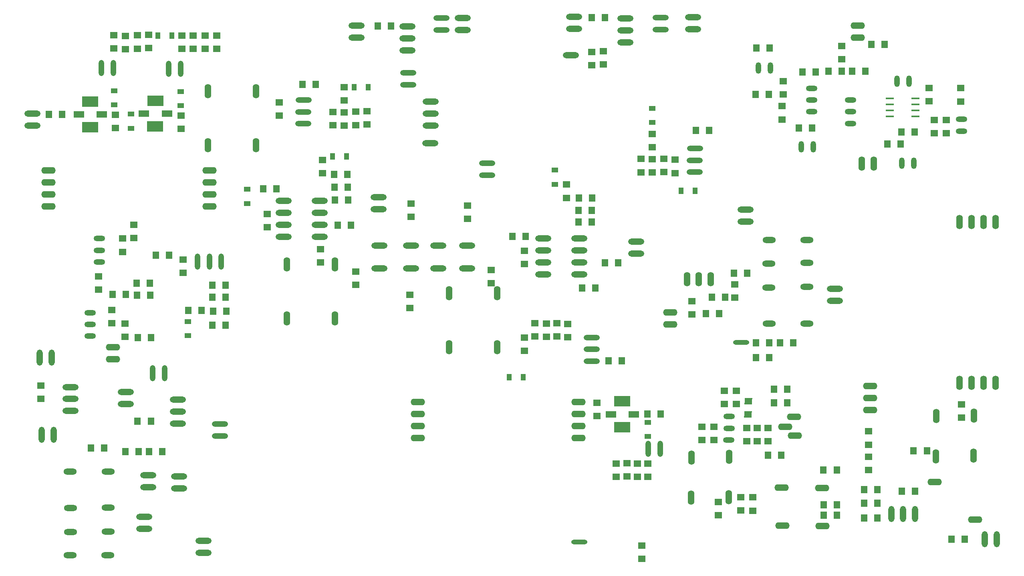
<source format=gbr>
G04 DipTrace 3.0.0.2*
G04 TopPaste.gbr*
%MOMM*%
G04 #@! TF.FileFunction,Paste,Top*
G04 #@! TF.Part,Single*
%AMOUTLINE2*
4,1,4,
-0.78677,0.71062,
0.80902,0.6852,
0.78677,-0.71062,
-0.80902,-0.6852,
-0.78677,0.71062,
0*%
%ADD42O,3.396X0.996*%
%ADD44O,1.296X3.396*%
%ADD46O,2.796X1.296*%
%ADD48O,3.046X1.416*%
%ADD50O,1.196X2.396*%
%ADD52R,1.796X0.396*%
%ADD56O,2.396X1.196*%
%ADD58O,1.196X3.396*%
%ADD60O,3.046X1.416*%
%ADD62O,3.396X1.196*%
%ADD64R,0.996X1.396*%
%ADD66O,1.416X3.046*%
%ADD68O,3.396X1.296*%
%ADD70R,2.2598X1.4724*%
%ADD72R,3.352X2.2598*%
%ADD74R,1.396X0.996*%
%ADD76R,1.396X1.596*%
%ADD78R,1.596X1.396*%
%ADD83OUTLINE2*%
%FSLAX35Y35*%
G04*
G71*
G90*
G75*
G01*
G04 TopPaste*
%LPD*%
D78*
X3040533Y10844303D3*
Y10564303D3*
D76*
X1912533Y10856303D3*
X1632533D3*
D74*
X3015033Y11055803D3*
Y11355803D3*
D78*
X3007533Y12254303D3*
Y12534303D3*
D72*
X2511300Y11127300D3*
X2509647Y10580747D3*
D70*
X2272713Y10851680D3*
X2757853Y10854220D3*
D68*
X1288800Y10615800D3*
Y10869800D3*
X14049300Y8164800D3*
Y7910800D3*
X6594300Y9022800D3*
Y8768800D3*
Y8514800D3*
Y8260800D3*
X7356300D3*
Y8514800D3*
Y8768800D3*
Y9022800D3*
D66*
X6661800Y7680300D3*
X7677800D3*
X6661800Y6537300D3*
X7677800D3*
D68*
X10383300Y12891300D3*
Y12637300D3*
D64*
X7930800Y9961800D3*
X7630800D3*
D68*
X8605800Y9102300D3*
Y8848300D3*
D62*
X9228300Y11731800D3*
Y11477800D3*
D76*
X7957800Y9039300D3*
X7677800D3*
D78*
X3256533Y12237803D3*
Y12517803D3*
D76*
X7947300Y9583800D3*
X7667300D3*
X7951800Y9313800D3*
X7671800D3*
D68*
X9217933Y12207233D3*
Y12461333D3*
Y12715310D3*
X8139300Y12732300D3*
Y12478300D3*
D76*
X8584800Y12721800D3*
X8864800D3*
D78*
X6249300Y8746800D3*
Y8466800D3*
X7372800Y7722300D3*
Y8002300D3*
X9288300Y8688300D3*
Y8968300D3*
X9268800Y7036800D3*
Y6756800D3*
X10480800Y8641800D3*
Y8921800D3*
D68*
X8619300Y7590300D3*
Y8072900D3*
X9286800Y8073300D3*
Y7590700D3*
X9867300Y7591800D3*
Y8074400D3*
X10476300Y8073300D3*
Y7590700D3*
D78*
X10981800Y7563300D3*
Y7283300D3*
X8119800Y7246800D3*
Y7526800D3*
D66*
X10096800Y7069800D3*
X11112800D3*
X10096800Y5926800D3*
X11112800D3*
D76*
X11710800Y8271300D3*
X11430800D3*
D68*
X12081300Y8227800D3*
Y7973800D3*
Y7719800D3*
Y7465800D3*
X12843300D3*
Y7719800D3*
Y7973800D3*
Y8227800D3*
D74*
X12328800Y9375300D3*
Y9675300D3*
D76*
X13107300Y8572800D3*
X12827300D3*
X13111800Y8820300D3*
X12831800D3*
X13116300Y9084300D3*
X12836300D3*
D78*
X11688300Y7965300D3*
Y7685300D3*
D64*
X15297300Y9240300D3*
X14997300D3*
D76*
X4180800Y7876800D3*
X3900800D3*
D60*
X5029800Y8902800D3*
Y9156800D3*
Y9410800D3*
Y9664800D3*
X1629800D3*
Y9410800D3*
Y9156800D3*
Y8902800D3*
D66*
X6016800Y10206300D3*
X5000800D3*
X6016800Y11349300D3*
X5000800D3*
D78*
X3507033Y12246803D3*
Y12526803D3*
X3745533Y12255803D3*
Y12535803D3*
D76*
X6445800Y9280800D3*
X6165800D3*
D62*
X9934800Y12892800D3*
Y12638800D3*
D58*
X2746800Y11836800D3*
X3000800D3*
D76*
X8020800Y8506800D3*
X7740800D3*
X13666800Y7716300D3*
X13386800D3*
D78*
X4429267Y10828307D3*
Y10548307D3*
D74*
X3369033Y10860803D3*
Y10560803D3*
X4420267Y11039807D3*
Y11339807D3*
D78*
X4443300Y12244800D3*
Y12524800D3*
D72*
X3885300Y11143800D3*
X3883647Y10597247D3*
D70*
X3646713Y10868180D3*
X4131853Y10870720D3*
D78*
X4687800Y12246300D3*
Y12526300D3*
X4938300Y12246300D3*
Y12526300D3*
X5181300Y12246300D3*
Y12526300D3*
D58*
X4167300Y11820300D3*
X4421300D3*
D64*
X3936033Y12521303D3*
X4236033D3*
D62*
X7017434Y11158532D3*
X7016434Y10908532D3*
X7015434Y10661532D3*
D78*
X7639800Y10621800D3*
Y10901800D3*
X7873800Y10620300D3*
Y10900300D3*
X8124300Y10629300D3*
Y10909300D3*
X8362800Y10638300D3*
Y10918300D3*
D64*
X8088300Y11431800D3*
X8388300D3*
D76*
X6991800Y11493300D3*
X7271800D3*
D78*
X7875300Y11427300D3*
Y11147300D3*
D58*
X4778068Y7736434D3*
X5028068Y7735434D3*
X5275068Y7734434D3*
D76*
X5373300Y7240800D3*
X5093300D3*
X5371800Y6396300D3*
X5091800D3*
X5385300Y6690300D3*
X5105300D3*
X5368800Y6985800D3*
X5088800D3*
D74*
X4576800Y6469800D3*
Y6169800D3*
D78*
X4468800Y7777800D3*
Y7497800D3*
D76*
X4584300Y6703800D3*
X4864300D3*
D74*
X5826300Y9267300D3*
Y8967300D3*
D68*
X15250800Y12907800D3*
Y12653800D3*
D78*
X13105713Y11898343D3*
Y12178343D3*
D68*
X13819846Y12378276D3*
Y12632376D3*
Y12886353D3*
X12732213Y12921343D3*
Y12667343D3*
D76*
X13107213Y12906343D3*
X13387213D3*
D62*
X14562300Y12900300D3*
Y12646300D3*
D78*
X3244800Y6147300D3*
Y6427300D3*
D56*
X2509779Y6160841D3*
X2510779Y6410841D3*
X2511779Y6657841D3*
D76*
X3513300Y6126300D3*
X3793300D3*
D78*
X2686800Y7144800D3*
Y7424800D3*
D76*
X2979300Y7044300D3*
X3259300D3*
X3772800Y7282800D3*
X3492800D3*
D60*
X2989800Y5926800D3*
Y5672800D3*
D78*
X3192300Y7945800D3*
Y8225800D3*
D76*
X3778933Y7027533D3*
X3498933D3*
D56*
X2704800Y8226300D3*
Y7976300D3*
Y7726300D3*
D78*
X3429300Y8233800D3*
Y8513800D3*
X2962800Y6433800D3*
Y6713800D3*
X6507300Y11104800D3*
Y10824800D3*
D58*
X4084800Y5377800D3*
X3830800D3*
D68*
X4366774Y4815314D3*
Y4561214D3*
Y4307237D3*
X3264300Y4725300D3*
Y4979300D3*
D76*
X3511800Y4357800D3*
X3791800D3*
D62*
X5250300Y4299300D3*
Y4045300D3*
X15289887Y10134126D3*
X15288887Y9884126D3*
X15287887Y9637126D3*
D78*
X14149800Y9630300D3*
Y9910300D3*
X14383800Y9628800D3*
Y9908800D3*
X14634300Y9637800D3*
Y9917800D3*
X14872853Y9613693D3*
Y9893693D3*
D74*
X14391353Y10684693D3*
Y10984693D3*
D76*
X15312300Y10516800D3*
X15592300D3*
D78*
X14385300Y10435800D3*
Y10155800D3*
D62*
X13108719Y5632961D3*
X13109719Y5882961D3*
X13110719Y6129961D3*
D78*
X12601800Y6421800D3*
Y6141800D3*
X12375300Y6433800D3*
Y6153800D3*
X12150300Y6426300D3*
Y6146300D3*
X11905800Y6435300D3*
Y6155300D3*
D64*
X11662800Y5292300D3*
X11362800D3*
D76*
X13461300Y5641800D3*
X13741300D3*
D78*
X11682300Y5853300D3*
Y6133300D3*
D68*
X18252300Y6906300D3*
Y7160300D3*
D52*
X19410300Y11194800D3*
Y11067800D3*
Y10940800D3*
Y10813800D3*
X19950300D3*
Y10940800D3*
Y11067800D3*
Y11194800D3*
D50*
X19563300Y11553300D3*
X19817300D3*
D78*
X20241300Y11136300D3*
Y11416300D3*
D56*
X18576300Y11161800D3*
Y10911800D3*
Y10661800D3*
D76*
X18394800Y11766300D3*
X18114800D3*
X18891300Y11770800D3*
X18611300D3*
D78*
X20602800Y10459800D3*
Y10739800D3*
D66*
X18817800Y9813300D3*
X19071800D3*
D76*
X19932300Y10483800D3*
X19652300D3*
X19633800Y10225800D3*
X19353800D3*
D50*
X19660800Y9823800D3*
X19914800D3*
D78*
X20347800Y10453800D3*
Y10733800D3*
D56*
X17758699Y10911501D3*
X17759699Y11161501D3*
X17760699Y11408501D3*
D76*
X17559300Y11755800D3*
X17839300D3*
D78*
X17154300Y11553300D3*
Y11273300D3*
X17134800Y11028300D3*
Y10748300D3*
D76*
X17767800Y10566300D3*
X17487800D3*
X16567800Y11274300D3*
X16847800D3*
D50*
X17793300Y10164300D3*
X17539300D3*
X16882800Y11832300D3*
X16628800D3*
D76*
X16585800Y12258300D3*
X16865800D3*
D78*
X18393300Y12025800D3*
Y12305800D3*
D76*
X19017300Y12333300D3*
X19297300D3*
D60*
X18732300Y12475800D3*
Y12729800D3*
D78*
X15688800Y4245550D3*
Y3965550D3*
X15435300Y3960300D3*
Y4240300D3*
X16165050Y5007550D3*
Y4727550D3*
X16260300Y2753300D3*
Y2473300D3*
X16387300Y4213800D3*
Y3933800D3*
D83*
X16419050Y4785300D3*
X16414590Y4505333D3*
D76*
X16831800Y3642300D3*
X17111800D3*
X16958800Y5039300D3*
X17238800D3*
X16958800Y4753550D3*
X17238800D3*
D78*
X18959050Y3864550D3*
Y4144550D3*
D76*
X14283300Y4513800D3*
X14563300D3*
D78*
X15911050Y5007550D3*
Y4727550D3*
X16514300Y2467550D3*
Y2747550D3*
X16609550Y4213800D3*
Y3933800D3*
D76*
X18292300Y2372300D3*
X18012300D3*
X18006550Y3324800D3*
X18286550D3*
X20709300Y1863300D3*
X20989300D3*
X19911550Y3737550D3*
X20191550D3*
X19943300Y2880300D3*
X19663300D3*
D78*
X20927550Y4436050D3*
Y4716050D3*
D76*
X19149550Y2626300D3*
X18869550D3*
D48*
X17403300Y4055050D3*
X17196927Y4245600D3*
X17387427Y4452000D3*
D60*
X18990800Y4594800D3*
Y4848800D3*
Y5102800D3*
D76*
X19149550Y2308800D3*
X18869550D3*
D66*
X16006300Y2753300D3*
X15205750Y2741333D3*
X16014277Y3605040D3*
X15213730Y3593073D3*
D60*
X17974800Y2943800D3*
X17986767Y2143250D3*
X17123060Y2951777D3*
X17135027Y2151230D3*
D66*
X20387800Y4467800D3*
X21188350Y4479767D3*
X20379823Y3616060D3*
X21180370Y3628027D3*
D60*
X21213300Y2277300D3*
X20359007Y3076563D3*
D46*
X17656800Y8199300D3*
X16860173D3*
X16855150Y7696250D3*
X17651800Y7712173D3*
X17654800Y6426550D3*
X16858150D3*
X16855150Y7188250D3*
X17651800Y7204173D3*
D44*
X19939300Y2400050D3*
X19689300D3*
X19439300D3*
X21666300Y1860300D3*
X21412300D3*
D78*
X16831800Y4213800D3*
Y3933800D3*
X18959050Y3610550D3*
Y3330550D3*
D76*
X16863300Y6023800D3*
X16583300D3*
X17085550D3*
X17365550D3*
D66*
X21642300Y8574300D3*
X21388300D3*
X21134300D3*
X20880300D3*
Y5174300D3*
X21134300D3*
X21388300D3*
X21642300D3*
D42*
X16264800Y6024300D3*
D78*
X16132800Y6979800D3*
Y7259800D3*
X15222300Y6619800D3*
Y6899800D3*
D76*
X15525300Y6637800D3*
X15805300D3*
X15930300Y6982800D3*
X15650300D3*
D66*
X15619800Y7362300D3*
X15369800D3*
X15119800D3*
D76*
X19149550Y2912050D3*
X18869550D3*
X18292300Y2594550D3*
X18012300D3*
D78*
X15784050Y2372300D3*
Y2652300D3*
X14169300Y1723800D3*
Y1443800D3*
D76*
X16863300Y5706300D3*
X16583300D3*
D60*
X14764800Y6664800D3*
Y6410800D3*
D68*
X16362300Y8836800D3*
Y8582800D3*
X9706800Y11125800D3*
Y10871800D3*
Y10617800D3*
X12667713Y12106843D3*
X9693300Y10242300D3*
D56*
X16009881Y4461139D3*
X16008881Y4211139D3*
X16007881Y3964139D3*
D42*
X12847800Y1801800D3*
D76*
X12904800Y7177800D3*
X13184800D3*
D78*
X7417800Y9609300D3*
Y9889300D3*
X12574800Y9088800D3*
Y9368800D3*
D62*
X10900800Y9819300D3*
Y9565300D3*
D78*
X13353213Y11908843D3*
Y12188843D3*
D56*
X20926800Y10755300D3*
Y10501300D3*
D78*
X20902800Y11409300D3*
Y11129300D3*
D60*
X12831300Y4008300D3*
Y4262300D3*
Y4516300D3*
Y4770300D3*
X9431300D3*
Y4516300D3*
Y4262300D3*
Y4008300D3*
D78*
X13222800Y4473300D3*
Y4753300D3*
D74*
X14295300Y4336800D3*
Y4036800D3*
D78*
X14293800Y3465300D3*
Y3185300D3*
D72*
X13755300Y4780800D3*
X13753647Y4234247D3*
D70*
X13516713Y4505180D3*
X14001853Y4507720D3*
D78*
X14073300Y3460800D3*
Y3180800D3*
X13855800Y3469800D3*
Y3189800D3*
X13623300Y3465300D3*
Y3185300D3*
D58*
X14559300Y3774300D3*
X14305300D3*
D46*
X2086800Y1524300D3*
X2883427D3*
X2888450Y2027350D3*
X2091800Y2011427D3*
X2088800Y3297050D3*
X2885450D3*
X2888450Y2535350D3*
X2091800Y2519427D3*
D76*
X3252300Y3712800D3*
X3532300D3*
X2808300Y3792300D3*
X2528300D3*
X4032300Y3720300D3*
X3752300D3*
D68*
X4392300Y3193800D3*
Y2939800D3*
X4905300Y1828800D3*
Y1574800D3*
X3649800Y2340300D3*
Y2086300D3*
X3738300Y3216300D3*
Y2962300D3*
X2094321Y5080759D3*
X2093321Y4830759D3*
X2092321Y4583759D3*
D44*
X1737300Y4074300D3*
X1483300D3*
D78*
X1470300Y4830300D3*
Y5110300D3*
D44*
X1444800Y5704800D3*
X1698800D3*
D76*
X16392300Y7489800D3*
X16112300D3*
M02*

</source>
